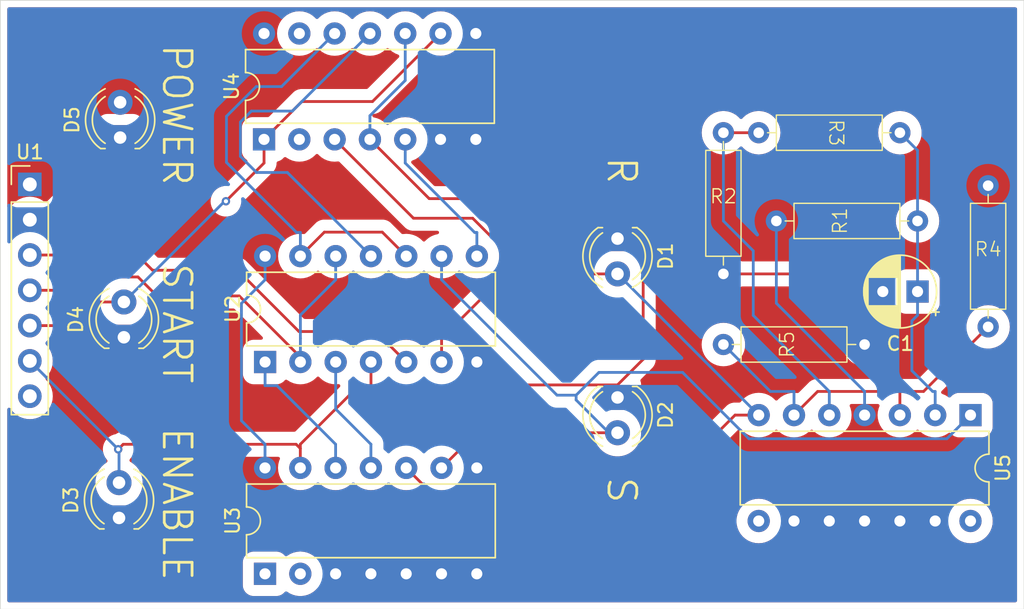
<source format=kicad_pcb>
(kicad_pcb (version 20240108) (generator "pcbnew") (generator_version "8.0")
  (layers (0 "F.Cu" signal) (31 "B.Cu" signal) (34 "B.Paste" user) (35 "F.Paste" user) (36 "B.SilkS" user "B.Silkscreen") (37 "F.SilkS" user "F.Silkscreen") (38 "B.Mask" user) (39 "F.Mask" user) (44 "Edge.Cuts" user))
  (net 0 "")
  (net 1 "Net-(U5-IN-_1)")
  (net 2 "Net-(U5-IN+_2)")
  (net 3 "Net-(U5-IN+_1)")
  (net 5 "Net-(U1-B_CLK)")
  (net 6 "Net-(U1-A_CLK)")
  (net 7 "Net-(U2-1Q)")
  (net 8 "Net-(U2-2Q)")
  (net 9 "Net-(U2-3A)")
  (net 10 "Net-(U2-1A)")
  (net 11 "Net-(U2-4Q)")
  (net 12 "Net-(U2-3Q)")
  (net 19 "Net-(D1-A)")
  (net 20 "Net-(D1-K)")
  (net 21 "Net-(D2-A)")
  (net 22 "Net-(D3-A)")
  (net 23 "Net-(D4-A)")
  (net 24 "Net-(D5-A)")
  (footprint "Package_DIP:DIP-14_W7.62mm" (layer "F.Cu") (at 143.505 113.02 90)
    (property "Reference" "U3" (at 3.81 -2.33 -90) (layer "F.SilkS"))
    (property "Value" "~")
    (fp_line (start 6.46 -1.33) (end 4.81 -1.33) (stroke (width 0.12)) (layer "F.SilkS"))
    (fp_line (start 2.81 -1.33) (end 1.16 -1.33) (stroke (width 0.12)) (layer "F.SilkS"))
    (fp_line (start 1.16 -1.33) (end 1.16 16.57) (stroke (width 0.12)) (layer "F.SilkS"))
    (fp_line (start 6.46 16.57) (end 6.46 -1.33) (stroke (width 0.12)) (layer "F.SilkS"))
    (fp_line (start 1.16 16.57) (end 6.46 16.57) (stroke (width 0.12)) (layer "F.SilkS"))
    (fp_arc (start 4.81 -1.33) (mid 3.81 -0.33) (end 2.81 -1.33) (stroke (width 0.12)) (layer "F.SilkS"))
    (pad "1" thru_hole rect (at 0 0 90) (size 1.6 1.6) (drill 0.8) (layers "*.Cu" "*.Mask"))
    (pad "2" thru_hole oval (at 0 2.54 90) (size 1.6 1.6) (drill 0.8) (layers "*.Cu" "*.Mask"))
    (pad "3" thru_hole oval (at 0 5.08 90) (size 1.6 1.6) (drill 0.8) (layers "*.Cu" "*.Mask") (net 20 "Net-(D1-K)"))
    (pad "4" thru_hole oval (at 0 7.62 90) (size 1.6 1.6) (drill 0.8) (layers "*.Cu" "*.Mask") (net 20 "Net-(D1-K)"))
    (pad "5" thru_hole oval (at 0 10.16 90) (size 1.6 1.6) (drill 0.8) (layers "*.Cu" "*.Mask") (net 20 "Net-(D1-K)"))
    (pad "6" thru_hole oval (at 0 12.7 90) (size 1.6 1.6) (drill 0.8) (layers "*.Cu" "*.Mask") (net 20 "Net-(D1-K)"))
    (pad "7" thru_hole oval (at 0 15.24 90) (size 1.6 1.6) (drill 0.8) (layers "*.Cu" "*.Mask") (net 20 "Net-(D1-K)"))
    (pad "8" thru_hole oval (at 7.62 15.24 90) (size 1.6 1.6) (drill 0.8) (layers "*.Cu" "*.Mask") (net 20 "Net-(D1-K)"))
    (pad "9" thru_hole oval (at 7.62 12.7 90) (size 1.6 1.6) (drill 0.8) (layers "*.Cu" "*.Mask") (net 21 "Net-(D2-A)"))
    (pad "10" thru_hole oval (at 7.62 10.16 90) (size 1.6 1.6) (drill 0.8) (layers "*.Cu" "*.Mask") (net 19 "Net-(D1-A)"))
    (pad "11" thru_hole oval (at 7.62 7.62 90) (size 1.6 1.6) (drill 0.8) (layers "*.Cu" "*.Mask") (net 7 "Net-(U2-1Q)"))
    (pad "12" thru_hole oval (at 7.62 5.08 90) (size 1.6 1.6) (drill 0.8) (layers "*.Cu" "*.Mask") (net 10 "Net-(U2-1A)"))
    (pad "13" thru_hole oval (at 7.62 2.54 90) (size 1.6 1.6) (drill 0.8) (layers "*.Cu" "*.Mask") (net 22 "Net-(D3-A)"))
    (pad "14" thru_hole oval (at 7.62 0 90) (size 1.6 1.6) (drill 0.8) (layers "*.Cu" "*.Mask") (net 24 "Net-(D5-A)"))
  )
  (footprint "custom_footprint_library:0.4_pitch_resistor" (layer "F.Cu") (at 184.11 81.28 -90)
    (property "Reference" "R3" (at 0 -0.5 -90) (layer "F.SilkS") (effects (font (thickness 0.1))))
    (property "Value" "R")
    (fp_line (start 0 4.445) (end 0 3.81) (stroke (width 0.1)) (layer "F.SilkS"))
    (fp_line (start 0 -3.81) (end 0 -4.445) (stroke (width 0.1)) (layer "F.SilkS"))
    (fp_rect (start -1.27 -3.81) (end 1.27 3.81) (stroke (width 0.1)) (fill none) (layer "F.SilkS"))
    (pad "1" thru_hole circle (at 0 -5.08 270) (size 1.524 1.524) (drill 0.762) (layers "*.Cu" "*.Mask") (net 1 "Net-(U5-IN-_1)"))
    (pad "2" thru_hole circle (at 0 5.08 270) (size 1.524 1.524) (drill 0.762) (layers "*.Cu" "*.Mask") (net 2 "Net-(U5-IN+_2)"))
  )
  (footprint "LED_THT:LED_D4.0mm" (layer "F.Cu") (at 133.35 96 90)
    (property "Reference" "D4" (at 1.27 -3.46 270) (layer "F.SilkS"))
    (property "Value" "LED")
    (fp_line (start -0.79 -1.399) (end -0.79 -1.08) (stroke (width 0.12)) (layer "F.SilkS"))
    (fp_line (start -0.79 1.08) (end -0.79 1.399) (stroke (width 0.12)) (layer "F.SilkS"))
    (fp_arc (start -0.79 -1.398749) (mid 1.453519 -2.483228) (end 3.513242 -1.080724) (stroke (width 0.12)) (layer "F.SilkS"))
    (fp_arc (start -0.41333 -1.08) (mid 1.269429 -2) (end 2.952713 -1.080961) (stroke (width 0.12)) (layer "F.SilkS"))
    (fp_arc (start 3.513242 1.080724) (mid 1.453519 2.483228) (end -0.79 1.398749) (stroke (width 0.12)) (layer "F.SilkS"))
    (fp_arc (start 2.952713 1.080961) (mid 1.269429 2) (end -0.41333 1.08) (stroke (width 0.12)) (layer "F.SilkS"))
    (pad "1" thru_hole rect (at 0 0 90) (size 1.8 1.8) (drill 0.9) (layers "*.Cu" "*.Mask") (net 20 "Net-(D1-K)"))
    (pad "2" thru_hole circle (at 2.54 0 90) (size 1.8 1.8) (drill 0.9) (layers "*.Cu" "*.Mask") (net 23 "Net-(D4-A)"))
  )
  (footprint "Package_DIP:DIP-14_W7.62mm" (layer "F.Cu") (at 194.27 101.6 -90)
    (property "Reference" "U5" (at 3.81 -2.33 90) (layer "F.SilkS"))
    (property "Value" "~")
    (fp_line (start 1.16 16.57) (end 6.46 16.57) (stroke (width 0.12)) (layer "F.SilkS"))
    (fp_line (start 6.46 16.57) (end 6.46 -1.33) (stroke (width 0.12)) (layer "F.SilkS"))
    (fp_line (start 1.16 -1.33) (end 1.16 16.57) (stroke (width 0.12)) (layer "F.SilkS"))
    (fp_line (start 2.81 -1.33) (end 1.16 -1.33) (stroke (width 0.12)) (layer "F.SilkS"))
    (fp_line (start 6.46 -1.33) (end 4.81 -1.33) (stroke (width 0.12)) (layer "F.SilkS"))
    (fp_arc (start 4.81 -1.33) (mid 3.81 -0.33) (end 2.81 -1.33) (stroke (width 0.12)) (layer "F.SilkS"))
    (pad "1" thru_hole rect (at 0 0 270) (size 1.6 1.6) (drill 0.8) (layers "*.Cu" "*.Mask") (net 21 "Net-(D2-A)"))
    (pad "2" thru_hole oval (at 0 2.54 270) (size 1.6 1.6) (drill 0.8) (layers "*.Cu" "*.Mask") (net 1 "Net-(U5-IN-_1)"))
    (pad "3" thru_hole oval (at 0 5.08 270) (size 1.6 1.6) (drill 0.8) (layers "*.Cu" "*.Mask") (net 3 "Net-(U5-IN+_1)"))
    (pad "4" thru_hole oval (at 0 7.62 270) (size 1.6 1.6) (drill 0.8) (layers "*.Cu" "*.Mask") (net 24 "Net-(D5-A)"))
    (pad "5" thru_hole oval (at 0 10.16 270) (size 1.6 1.6) (drill 0.8) (layers "*.Cu" "*.Mask") (net 2 "Net-(U5-IN+_2)"))
    (pad "6" thru_hole oval (at 0 12.7 270) (size 1.6 1.6) (drill 0.8) (layers "*.Cu" "*.Mask") (net 3 "Net-(U5-IN+_1)"))
    (pad "7" thru_hole oval (at 0 15.24 270) (size 1.6 1.6) (drill 0.8) (layers "*.Cu" "*.Mask") (net 19 "Net-(D1-A)"))
    (pad "8" thru_hole oval (at 7.62 15.24 270) (size 1.6 1.6) (drill 0.8) (layers "*.Cu" "*.Mask"))
    (pad "9" thru_hole oval (at 7.62 12.7 270) (size 1.6 1.6) (drill 0.8) (layers "*.Cu" "*.Mask") (net 20 "Net-(D1-K)"))
    (pad "10" thru_hole oval (at 7.62 10.16 270) (size 1.6 1.6) (drill 0.8) (layers "*.Cu" "*.Mask") (net 20 "Net-(D1-K)"))
    (pad "11" thru_hole oval (at 7.62 7.62 270) (size 1.6 1.6) (drill 0.8) (layers "*.Cu" "*.Mask") (net 20 "Net-(D1-K)"))
    (pad "12" thru_hole oval (at 7.62 5.08 270) (size 1.6 1.6) (drill 0.8) (layers "*.Cu" "*.Mask") (net 20 "Net-(D1-K)"))
    (pad "13" thru_hole oval (at 7.62 2.54 270) (size 1.6 1.6) (drill 0.8) (layers "*.Cu" "*.Mask") (net 20 "Net-(D1-K)"))
    (pad "14" thru_hole oval (at 7.62 0 270) (size 1.6 1.6) (drill 0.8) (layers "*.Cu" "*.Mask"))
  )
  (footprint "Connector_PinHeader_2.54mm:PinHeader_1x07_P2.54mm_Vertical" (layer "F.Cu") (at 126.58 85)
    (property "Reference" "U1" (at 0 -2.33 0) (layer "F.SilkS"))
    (property "Value" "~")
    (fp_line (start -1.33 -1.33) (end 0 -1.33) (stroke (width 0.12)) (layer "F.SilkS"))
    (fp_line (start -1.33 0) (end -1.33 -1.33) (stroke (width 0.12)) (layer "F.SilkS"))
    (fp_line (start -1.33 1.27) (end -1.33 16.57) (stroke (width 0.12)) (layer "F.SilkS"))
    (fp_line (start -1.33 1.27) (end 1.33 1.27) (stroke (width 0.12)) (layer "F.SilkS"))
    (fp_line (start -1.33 16.57) (end 1.33 16.57) (stroke (width 0.12)) (layer "F.SilkS"))
    (fp_line (start 1.33 1.27) (end 1.33 16.57) (stroke (width 0.12)) (layer "F.SilkS"))
    (pad "1" thru_hole rect (at 0 0) (size 1.7 1.7) (drill 1) (layers "*.Cu" "*.Mask") (net 24 "Net-(D5-A)"))
    (pad "2" thru_hole oval (at 0 2.54) (size 1.7 1.7) (drill 1) (layers "*.Cu" "*.Mask") (net 20 "Net-(D1-K)"))
    (pad "3" thru_hole oval (at 0 5.08) (size 1.7 1.7) (drill 1) (layers "*.Cu" "*.Mask") (net 6 "Net-(U1-A_CLK)"))
    (pad "4" thru_hole oval (at 0 7.62) (size 1.7 1.7) (drill 1) (layers "*.Cu" "*.Mask") (net 5 "Net-(U1-B_CLK)"))
    (pad "5" thru_hole oval (at 0 10.16) (size 1.7 1.7) (drill 1) (layers "*.Cu" "*.Mask") (net 23 "Net-(D4-A)"))
    (pad "6" thru_hole oval (at 0 12.7) (size 1.7 1.7) (drill 1) (layers "*.Cu" "*.Mask") (net 22 "Net-(D3-A)"))
    (pad "7" thru_hole oval (at 0 15.24) (size 1.7 1.7) (drill 1) (layers "*.Cu" "*.Mask"))
  )
  (footprint "Capacitor_THT:CP_Radial_D5.0mm_P2.50mm" (layer "F.Cu") (at 190.46 92.71 180)
    (property "Reference" "C1" (at 1.25 -3.75 180) (layer "F.SilkS"))
    (property "Value" "C")
    (fp_line (start 3.851 -0.284) (end 3.851 0.284) (stroke (width 0.12)) (layer "F.SilkS"))
    (fp_line (start 3.811 -0.518) (end 3.811 0.518) (stroke (width 0.12)) (layer "F.SilkS"))
    (fp_line (start 3.771 -0.677) (end 3.771 0.677) (stroke (width 0.12)) (layer "F.SilkS"))
    (fp_line (start 3.731 -0.805) (end 3.731 0.805) (stroke (width 0.12)) (layer "F.SilkS"))
    (fp_line (start 3.691 -0.915) (end 3.691 0.915) (stroke (width 0.12)) (layer "F.SilkS"))
    (fp_line (start 3.651 -1.011) (end 3.651 1.011) (stroke (width 0.12)) (layer "F.SilkS"))
    (fp_line (start 3.611 -1.098) (end 3.611 1.098) (stroke (width 0.12)) (layer "F.SilkS"))
    (fp_line (start 3.571 -1.178) (end 3.571 1.178) (stroke (width 0.12)) (layer "F.SilkS"))
    (fp_line (start 3.531 1.04) (end 3.531 1.251) (stroke (width 0.12)) (layer "F.SilkS"))
    (fp_line (start 3.531 -1.251) (end 3.531 -1.04) (stroke (width 0.12)) (layer "F.SilkS"))
    (fp_line (start 3.491 1.04) (end 3.491 1.319) (stroke (width 0.12)) (layer "F.SilkS"))
    (fp_line (start 3.491 -1.319) (end 3.491 -1.04) (stroke (width 0.12)) (layer "F.SilkS"))
    (fp_line (start 3.451 1.04) (end 3.451 1.383) (stroke (width 0.12)) (layer "F.SilkS"))
    (fp_line (start 3.451 -1.383) (end 3.451 -1.04) (stroke (width 0.12)) (layer "F.SilkS"))
    (fp_line (start 3.411 1.04) (end 3.411 1.443) (stroke (width 0.12)) (layer "F.SilkS"))
    (fp_line (start 3.411 -1.443) (end 3.411 -1.04) (stroke (width 0.12)) (layer "F.SilkS"))
    (fp_line (start 3.371 1.04) (end 3.371 1.5) (stroke (width 0.12)) (layer "F.SilkS"))
    (fp_line (start 3.371 -1.5) (end 3.371 -1.04) (stroke (width 0.12)) (layer "F.SilkS"))
    (fp_line (start 3.331 1.04) (end 3.331 1.554) (stroke (width 0.12)) (layer "F.SilkS"))
    (fp_line (start 3.331 -1.554) (end 3.331 -1.04) (stroke (width 0.12)) (layer "F.SilkS"))
    (fp_line (start 3.291 1.04) (end 3.291 1.605) (stroke (width 0.12)) (layer "F.SilkS"))
    (fp_line (start 3.291 -1.605) (end 3.291 -1.04) (stroke (width 0.12)) (layer "F.SilkS"))
    (fp_line (start 3.251 1.04) (end 3.251 1.653) (stroke (width 0.12)) (layer "F.SilkS"))
    (fp_line (start 3.251 -1.653) (end 3.251 -1.04) (stroke (width 0.12)) (layer "F.SilkS"))
    (fp_line (start 3.211 1.04) (end 3.211 1.699) (stroke (width 0.12)) (layer "F.SilkS"))
    (fp_line (start 3.211 -1.699) (end 3.211 -1.04) (stroke (width 0.12)) (layer "F.SilkS"))
    (fp_line (start 3.171 1.04) (end 3.171 1.743) (stroke (width 0.12)) (layer "F.SilkS"))
    (fp_line (start 3.171 -1.743) (end 3.171 -1.04) (stroke (width 0.12)) (layer "F.SilkS"))
    (fp_line (start 3.131 1.04) (end 3.131 1.785) (stroke (width 0.12)) (layer "F.SilkS"))
    (fp_line (start 3.131 -1.785) (end 3.131 -1.04) (stroke (width 0.12)) (layer "F.SilkS"))
    (fp_line (start 3.091 1.04) (end 3.091 1.826) (stroke (width 0.12)) (layer "F.SilkS"))
    (fp_line (start 3.091 -1.826) (end 3.091 -1.04) (stroke (width 0.12)) (layer "F.SilkS"))
    (fp_line (start 3.051 1.04) (end 3.051 1.864) (stroke (width 0.12)) (layer "F.SilkS"))
    (fp_line (start 3.051 -1.864) (end 3.051 -1.04) (stroke (width 0.12)) (layer "F.SilkS"))
    (fp_line (start 3.011 1.04) (end 3.011 1.901) (stroke (width 0.12)) (layer "F.SilkS"))
    (fp_line (start 3.011 -1.901) (end 3.011 -1.04) (stroke (width 0.12)) (layer "F.SilkS"))
    (fp_line (start 2.971 1.04) (end 2.971 1.937) (stroke (width 0.12)) (layer "F.SilkS"))
    (fp_line (start 2.971 -1.937) (end 2.971 -1.04) (stroke (width 0.12)) (layer "F.SilkS"))
    (fp_line (start 2.931 1.04) (end 2.931 1.971) (stroke (width 0.12)) (layer "F.SilkS"))
    (fp_line (start 2.931 -1.971) (end 2.931 -1.04) (stroke (width 0.12)) (layer "F.SilkS"))
    (fp_line (start 2.891 1.04) (end 2.891 2.004) (stroke (width 0.12)) (layer "F.SilkS"))
    (fp_line (start 2.891 -2.004) (end 2.891 -1.04) (stroke (width 0.12)) (layer "F.SilkS"))
    (fp_line (start 2.851 1.04) (end 2.851 2.035) (stroke (width 0.12)) (layer "F.SilkS"))
    (fp_line (start 2.851 -2.035) (end 2.851 -1.04) (stroke (width 0.12)) (layer "F.SilkS"))
    (fp_line (start 2.811 1.04) (end 2.811 2.065) (stroke (width 0.12)) (layer "F.SilkS"))
    (fp_line (start 2.811 -2.065) (end 2.811 -1.04) (stroke (width 0.12)) (layer "F.SilkS"))
    (fp_line (start 2.771 1.04) (end 2.771 2.095) (stroke (width 0.12)) (layer "F.SilkS"))
    (fp_line (start 2.771 -2.095) (end 2.771 -1.04) (stroke (width 0.12)) (layer "F.SilkS"))
    (fp_line (start 2.731 1.04) (end 2.731 2.122) (stroke (width 0.12)) (layer "F.SilkS"))
    (fp_line (start 2.731 -2.122) (end 2.731 -1.04) (stroke (width 0.12)) (layer "F.SilkS"))
    (fp_line (start 2.691 1.04) (end 2.691 2.149) (stroke (width 0.12)) (layer "F.SilkS"))
    (fp_line (start 2.691 -2.149) (end 2.691 -1.04) (stroke (width 0.12)) (layer "F.SilkS"))
    (fp_line (start 2.651 1.04) (end 2.651 2.175) (stroke (width 0.12)) (layer "F.SilkS"))
    (fp_line (start 2.651 -2.175) (end 2.651 -1.04) (stroke (width 0.12)) (layer "F.SilkS"))
    (fp_line (start 2.611 1.04) (end 2.611 2.2) (stroke (width 0.12)) (layer "F.SilkS"))
    (fp_line (start 2.611 -2.2) (end 2.611 -1.04) (stroke (width 0.12)) (layer "F.SilkS"))
    (fp_line (start 2.571 1.04) (end 2.571 2.224) (stroke (width 0.12)) (layer "F.SilkS"))
    (fp_line (start 2.571 -2.224) (end 2.571 -1.04) (stroke (width 0.12)) (layer "F.SilkS"))
    (fp_line (start 2.531 1.04) (end 2.531 2.247) (stroke (width 0.12)) (layer "F.SilkS"))
    (fp_line (start 2.531 -2.247) (end 2.531 -1.04) (stroke (width 0.12)) (layer "F.SilkS"))
    (fp_line (start 2.491 1.04) (end 2.491 2.268) (stroke (width 0.12)) (layer "F.SilkS"))
    (fp_line (start 2.491 -2.268) (end 2.491 -1.04) (stroke (width 0.12)) (layer "F.SilkS"))
    (fp_line (start 2.451 1.04) (end 2.451 2.29) (stroke (width 0.12)) (layer "F.SilkS"))
    (fp_line (start 2.451 -2.29) (end 2.451 -1.04) (stroke (width 0.12)) (layer "F.SilkS"))
    (fp_line (start 2.411 1.04) (end 2.411 2.31) (stroke (width 0.12)) (layer "F.SilkS"))
    (fp_line (start 2.411 -2.31) (end 2.411 -1.04) (stroke (width 0.12)) (layer "F.SilkS"))
    (fp_line (start 2.371 1.04) (end 2.371 2.329) (stroke (width 0.12)) (layer "F.SilkS"))
    (fp_line (start 2.371 -2.329) (end 2.371 -1.04) (stroke (width 0.12)) (layer "F.SilkS"))
    (fp_line (start 2.331 1.04) (end 2.331 2.348) (stroke (width 0.12)) (layer "F.SilkS"))
    (fp_line (start 2.331 -2.348) (end 2.331 -1.04) (stroke (width 0.12)) (layer "F.SilkS"))
    (fp_line (start 2.291 1.04) (end 2.291 2.365) (stroke (width 0.12)) (layer "F.SilkS"))
    (fp_line (start 2.291 -2.365) (end 2.291 -1.04) (stroke (width 0.12)) (layer "F.SilkS"))
    (fp_line (start 2.251 1.04) (end 2.251 2.382) (stroke (width 0.12)) (layer "F.SilkS"))
    (fp_line (start 2.251 -2.382) (end 2.251 -1.04) (stroke (width 0.12)) (layer "F.SilkS"))
    (fp_line (start 2.211 1.04) (end 2.211 2.398) (stroke (width 0.12)) (layer "F.SilkS"))
    (fp_line (start 2.211 -2.398) (end 2.211 -1.04) (stroke (width 0.12)) (layer "F.SilkS"))
    (fp_line (start 2.171 1.04) (end 2.171 2.414) (stroke (width 0.12)) (layer "F.SilkS"))
    (fp_line (start 2.171 -2.414) (end 2.171 -1.04) (stroke (width 0.12)) (layer "F.SilkS"))
    (fp_line (start 2.131 1.04) (end 2.131 2.428) (stroke (width 0.12)) (layer "F.SilkS"))
    (fp_line (start 2.131 -2.428) (end 2.131 -1.04) (stroke (width 0.12)) (layer "F.SilkS"))
    (fp_line (start 2.091 1.04) (end 2.091 2.442) (stroke (width 0.12)) (layer "F.SilkS"))
    (fp_line (start 2.091 -2.442) (end 2.091 -1.04) (stroke (width 0.12)) (layer "F.SilkS"))
    (fp_line (start 2.051 1.04) (end 2.051 2.455) (stroke (width 0.12)) (layer "F.SilkS"))
    (fp_line (start 2.051 -2.455) (end 2.051 -1.04) (stroke (width 0.12)) (layer "F.SilkS"))
    (fp_line (start 2.011 1.04) (end 2.011 2.468) (stroke (width 0.12)) (layer "F.SilkS"))
    (fp_line (start 2.011 -2.468) (end 2.011 -1.04) (stroke (width 0.12)) (layer "F.SilkS"))
    (fp_line (start 1.971 1.04) (end 1.971 2.48) (stroke (width 0.12)) (layer "F.SilkS"))
    (fp_line (start 1.971 -2.48) (end 1.971 -1.04) (stroke (width 0.12)) (layer "F.SilkS"))
    (fp_line (start 1.93 1.04) (end 1.93 2.491) (stroke (width 0.12)) (layer "F.SilkS"))
    (fp_line (start 1.93 -2.491) (end 1.93 -1.04) (stroke (width 0.12)) (layer "F.SilkS"))
    (fp_line (start 1.89 1.04) (end 1.89 2.501) (stroke (width 0.12)) (layer "F.SilkS"))
    (fp_line (start 1.89 -2.501) (end 1.89 -1.04) (stroke (width 0.12)) (layer "F.SilkS"))
    (fp_line (start 1.85 1.04) (end 1.85 2.511) (stroke (width 0.12)) (layer "F.SilkS"))
    (fp_line (start 1.85 -2.511) (end 1.85 -1.04) (stroke (width 0.12)) (layer "F.SilkS"))
    (fp_line (start 1.81 1.04) (end 1.81 2.52) (stroke (width 0.12)) (layer "F.SilkS"))
    (fp_line (start 1.81 -2.52) (end 1.81 -1.04) (stroke (width 0.12)) (layer "F.SilkS"))
    (fp_line (start 1.77 1.04) (end 1.77 2.528) (stroke (width 0.12)) (layer "F.SilkS"))
    (fp_line (start 1.77 -2.528) (end 1.77 -1.04) (stroke (width 0.12)) (layer "F.SilkS"))
    (fp_line (start 1.73 1.04) (end 1.73 2.536) (stroke (width 0.12)) (layer "F.SilkS"))
    (fp_line (start 1.73 -2.536) (end 1.73 -1.04) (stroke (width 0.12)) (layer "F.SilkS"))
    (fp_line (start 1.69 1.04) (end 1.69 2.543) (stroke (width 0.12)) (layer "F.SilkS"))
    (fp_line (start 1.69 -2.543) (end 1.69 -1.04) (stroke (width 0.12)) (layer "F.SilkS"))
    (fp_line (start 1.65 1.04) (end 1.65 2.55) (stroke (width 0.12)) (layer "F.SilkS"))
    (fp_line (start 1.65 -2.55) (end 1.65 -1.04) (stroke (width 0.12)) (layer "F.SilkS"))
    (fp_line (start 1.61 1.04) (end 1.61 2.556) (stroke (width 0.12)) (layer "F.SilkS"))
    (fp_line (start 1.61 -2.556) (end 1.61 -1.04) (stroke (width 0.12)) (layer "F.SilkS"))
    (fp_line (start 1.57 1.04) (end 1.57 2.561) (stroke (width 0.12)) (layer "F.SilkS"))
    (fp_line (start 1.57 -2.561) (end 1.57 -1.04) (stroke (width 0.12)) (layer "F.SilkS"))
    (fp_line (start 1.53 1.04) (end 1.53 2.565) (stroke (width 0.12)) (layer "F.SilkS"))
    (fp_line (start 1.53 -2.565) (end 1.53 -1.04) (stroke (width 0.12)) (layer "F.SilkS"))
    (fp_line (start 1.49 1.04) (end 1.49 2.569) (stroke (width 0.12)) (layer "F.SilkS"))
    (fp_line (start 1.49 -2.569) (end 1.49 -1.04) (stroke (width 0.12)) (layer "F.SilkS"))
    (fp_line (start 1.45 -2.573) (end 1.45 2.573) (stroke (width 0.12)) (layer "F.SilkS"))
    (fp_line (start 1.41 -2.576) (end 1.41 2.576) (stroke (width 0.12)) (layer "F.SilkS"))
    (fp_line (start 1.37 -2.578) (end 1.37 2.578) (stroke (width 0.12)) (layer "F.SilkS"))
    (fp_line (start 1.33 -2.579) (end 1.33 2.579) (stroke (width 0.12)) (layer "F.SilkS"))
    (fp_line (start 1.29 -2.58) (end 1.29 2.58) (stroke (width 0.12)) (layer "F.SilkS"))
    (fp_line (start 1.25 -2.58) (end 1.25 2.58) (stroke (width 0.12)) (layer "F.SilkS"))
    (fp_line (start -1.304775 -1.725) (end -1.304775 -1.225) (stroke (width 0.12)) (layer "F.SilkS"))
    (fp_line (start -1.554775 -1.475) (end -1.054775 -1.475) (stroke (width 0.12)) (layer "F.SilkS"))
    (fp_circle (center 1.25 0) (end 3.87 0) (stroke (width 0.12)) (fill none) (layer "F.SilkS"))
    (pad "1" thru_hole rect (at 0 0 180) (size 1.6 1.6) (drill 0.8) (layers "*.Cu" "*.Mask") (net 1 "Net-(U5-IN-_1)"))
    (pad "2" thru_hole circle (at 2.5 0 180) (size 1.6 1.6) (drill 0.8) (layers "*.Cu" "*.Mask") (net 20 "Net-(D1-K)"))
  )
  (footprint "custom_footprint_library:0.4_pitch_resistor" (layer "F.Cu") (at 195.54 90.17)
    (property "Reference" "R4" (at 0 -0.5 0) (layer "F.SilkS") (effects (font (thickness 0.1))))
    (property "Value" "R")
    (fp_line (start 0 -3.81) (end 0 -4.445) (stroke (width 0.1)) (layer "F.SilkS"))
    (fp_line (start 0 4.445) (end 0 3.81) (stroke (width 0.1)) (layer "F.SilkS"))
    (fp_rect (start -1.27 -3.81) (end 1.27 3.81) (stroke (width 0.1)) (fill none) (layer "F.SilkS"))
    (pad "1" thru_hole circle (at 0 -5.08) (size 1.524 1.524) (drill 0.762) (layers "*.Cu" "*.Mask") (net 24 "Net-(D5-A)"))
    (pad "2" thru_hole circle (at 0 5.08) (size 1.524 1.524) (drill 0.762) (layers "*.Cu" "*.Mask") (net 3 "Net-(U5-IN+_1)"))
  )
  (footprint "Package_DIP:DIP-14_W7.62mm" (layer "F.Cu") (at 143.51 97.78 90)
    (property "Reference" "U2" (at 3.81 -2.33 -90) (layer "F.SilkS"))
    (property "Value" "~")
    (fp_line (start 6.46 -1.33) (end 4.81 -1.33) (stroke (width 0.12)) (layer "F.SilkS"))
    (fp_line (start 2.81 -1.33) (end 1.16 -1.33) (stroke (width 0.12)) (layer "F.SilkS"))
    (fp_line (start 1.16 -1.33) (end 1.16 16.57) (stroke (width 0.12)) (layer "F.SilkS"))
    (fp_line (start 6.46 16.57) (end 6.46 -1.33) (stroke (width 0.12)) (layer "F.SilkS"))
    (fp_line (start 1.16 16.57) (end 6.46 16.57) (stroke (width 0.12)) (layer "F.SilkS"))
    (fp_arc (start 4.81 -1.33) (mid 3.81 -0.33) (end 2.81 -1.33) (stroke (width 0.12)) (layer "F.SilkS"))
    (pad "1" thru_hole rect (at 0 0 90) (size 1.6 1.6) (drill 0.8) (layers "*.Cu" "*.Mask") (net 10 "Net-(U2-1A)"))
    (pad "2" thru_hole oval (at 0 2.54 90) (size 1.6 1.6) (drill 0.8) (layers "*.Cu" "*.Mask") (net 5 "Net-(U1-B_CLK)"))
    (pad "3" thru_hole oval (at 0 5.08 90) (size 1.6 1.6) (drill 0.8) (layers "*.Cu" "*.Mask") (net 7 "Net-(U2-1Q)"))
    (pad "4" thru_hole oval (at 0 7.62 90) (size 1.6 1.6) (drill 0.8) (layers "*.Cu" "*.Mask") (net 22 "Net-(D3-A)"))
    (pad "5" thru_hole oval (at 0 10.16 90) (size 1.6 1.6) (drill 0.8) (layers "*.Cu" "*.Mask") (net 6 "Net-(U1-A_CLK)"))
    (pad "6" thru_hole oval (at 0 12.7 90) (size 1.6 1.6) (drill 0.8) (layers "*.Cu" "*.Mask") (net 8 "Net-(U2-2Q)"))
    (pad "7" thru_hole oval (at 0 15.24 90) (size 1.6 1.6) (drill 0.8) (layers "*.Cu" "*.Mask") (net 20 "Net-(D1-K)"))
    (pad "8" thru_hole oval (at 7.62 15.24 90) (size 1.6 1.6) (drill 0.8) (layers "*.Cu" "*.Mask") (net 11 "Net-(U2-4Q)"))
    (pad "9" thru_hole oval (at 7.62 12.7 90) (size 1.6 1.6) (drill 0.8) (layers "*.Cu" "*.Mask") (net 21 "Net-(D2-A)"))
    (pad "10" thru_hole oval (at 7.62 10.16 90) (size 1.6 1.6) (drill 0.8) (layers "*.Cu" "*.Mask") (net 9 "Net-(U2-3A)"))
    (pad "11" thru_hole oval (at 7.62 7.62 90) (size 1.6 1.6) (drill 0.8) (layers "*.Cu" "*.Mask") (net 12 "Net-(U2-3Q)"))
    (pad "12" thru_hole oval (at 7.62 5.08 90) (size 1.6 1.6) (drill 0.8) (layers "*.Cu" "*.Mask") (net 5 "Net-(U1-B_CLK)"))
    (pad "13" thru_hole oval (at 7.62 2.54 90) (size 1.6 1.6) (drill 0.8) (layers "*.Cu" "*.Mask") (net 9 "Net-(U2-3A)"))
    (pad "14" thru_hole oval (at 7.62 0 90) (size 1.6 1.6) (drill 0.8) (layers "*.Cu" "*.Mask") (net 24 "Net-(D5-A)"))
  )
  (footprint "LED_THT:LED_D4.0mm" (layer "F.Cu") (at 133.08 81.63 90)
    (property "Reference" "D5" (at 1.27 -3.46 -90) (layer "F.SilkS"))
    (property "Value" "LED")
    (fp_line (start -0.79 -1.399) (end -0.79 -1.08) (stroke (width 0.12)) (layer "F.SilkS"))
    (fp_line (start -0.79 1.08) (end -0.79 1.399) (stroke (width 0.12)) (layer "F.SilkS"))
    (fp_arc (start -0.79 -1.398749) (mid 1.453519 -2.483228) (end 3.513242 -1.080724) (stroke (width 0.12)) (layer "F.SilkS"))
    (fp_arc (start -0.41333 -1.08) (mid 1.269429 -2) (end 2.952713 -1.080961) (stroke (width 0.12)) (layer "F.SilkS"))
    (fp_arc (start 3.513242 1.080724) (mid 1.453519 2.483228) (end -0.79 1.398749) (stroke (width 0.12)) (layer "F.SilkS"))
    (fp_arc (start 2.952713 1.080961) (mid 1.269429 2) (end -0.41333 1.08) (stroke (width 0.12)) (layer "F.SilkS"))
    (pad "1" thru_hole rect (at 0 0 90) (size 1.8 1.8) (drill 0.9) (layers "*.Cu" "*.Mask") (net 20 "Net-(D1-K)"))
    (pad "2" thru_hole circle (at 2.54 0 90) (size 1.8 1.8) (drill 0.9) (layers "*.Cu" "*.Mask") (net 24 "Net-(D5-A)"))
  )
  (footprint "custom_footprint_library:0.4_pitch_resistor" (layer "F.Cu") (at 176.49 86.36)
    (property "Reference" "R2" (at 0 -0.5 0) (layer "F.SilkS") (effects (font (thickness 0.1))))
    (property "Value" "R")
    (fp_line (start 0 -3.81) (end 0 -4.445) (stroke (width 0.1)) (layer "F.SilkS"))
    (fp_line (start 0 4.445) (end 0 3.81) (stroke (width 0.1)) (layer "F.SilkS"))
    (fp_rect (start -1.27 -3.81) (end 1.27 3.81) (stroke (width 0.1)) (fill none) (layer "F.SilkS"))
    (pad "1" thru_hole circle (at 0 -5.08) (size 1.524 1.524) (drill 0.762) (layers "*.Cu" "*.Mask") (net 2 "Net-(U5-IN+_2)"))
    (pad "2" thru_hole circle (at 0 5.08) (size 1.524 1.524) (drill 0.762) (layers "*.Cu" "*.Mask") (net 20 "Net-(D1-K)"))
  )
  (footprint "LED_THT:LED_D4.0mm" (layer "F.Cu") (at 133 109 90)
    (property "Reference" "D3" (at 1.27 -3.46 270) (layer "F.SilkS"))
    (property "Value" "LED")
    (fp_line (start -0.79 -1.399) (end -0.79 -1.08) (stroke (width 0.12)) (layer "F.SilkS"))
    (fp_line (start -0.79 1.08) (end -0.79 1.399) (stroke (width 0.12)) (layer "F.SilkS"))
    (fp_arc (start -0.79 -1.398749) (mid 1.453519 -2.483228) (end 3.513242 -1.080724) (stroke (width 0.12)) (layer "F.SilkS"))
    (fp_arc (start -0.41333 -1.08) (mid 1.269429 -2) (end 2.952713 -1.080961) (stroke (width 0.12)) (layer "F.SilkS"))
    (fp_arc (start 3.513242 1.080724) (mid 1.453519 2.483228) (end -0.79 1.398749) (stroke (width 0.12)) (layer "F.SilkS"))
    (fp_arc (start 2.952713 1.080961) (mid 1.269429 2) (end -0.41333 1.08) (stroke (width 0.12)) (layer "F.SilkS"))
    (pad "1" thru_hole rect (at 0 0 90) (size 1.8 1.8) (drill 0.9) (layers "*.Cu" "*.Mask") (net 20 "Net-(D1-K)"))
    (pad "2" thru_hole circle (at 2.54 0 90) (size 1.8 1.8) (drill 0.9) (layers "*.Cu" "*.Mask") (net 22 "Net-(D3-A)"))
  )
  (footprint "custom_footprint_library:0.4_pitch_resistor" (layer "F.Cu") (at 181.57 96.52 90)
    (property "Reference" "R5" (at 0 -0.5 90) (layer "F.SilkS") (effects (font (thickness 0.1))))
    (property "Value" "R")
    (fp_line (start 0 -3.81) (end 0 -4.445) (stroke (width 0.1)) (layer "F.SilkS"))
    (fp_line (start 0 4.445) (end 0 3.81) (stroke (width 0.1)) (layer "F.SilkS"))
    (fp_rect (start -1.27 -3.81) (end 1.27 3.81) (stroke (width 0.1)) (fill none) (layer "F.SilkS"))
    (pad "1" thru_hole circle (at 0 -5.08 90) (size 1.524 1.524) (drill 0.762) (layers "*.Cu" "*.Mask") (net 3 "Net-(U5-IN+_1)"))
    (pad "2" thru_hole circle (at 0 5.08 90) (size 1.524 1.524) (drill 0.762) (layers "*.Cu" "*.Mask") (net 20 "Net-(D1-K)"))
  )
  (footprint "LED_THT:LED_D4.0mm" (layer "F.Cu") (at 168.87 88.9 -90)
    (property "Reference" "D1" (at 1.27 -3.46 90) (layer "F.SilkS"))
    (property "Value" "LED")
    (fp_line (start -0.79 1.08) (end -0.79 1.399) (stroke (width 0.12)) (layer "F.SilkS"))
    (fp_line (start -0.79 -1.399) (end -0.79 -1.08) (stroke (width 0.12)) (layer "F.SilkS"))
    (fp_arc (start 2.952713 1.080961) (mid 1.269429 2) (end -0.41333 1.08) (stroke (width 0.12)) (layer "F.SilkS"))
    (fp_arc (start 3.513242 1.080724) (mid 1.453519 2.483228) (end -0.79 1.398749) (stroke (width 0.12)) (layer "F.SilkS"))
    (fp_arc (start -0.41333 -1.08) (mid 1.269429 -2) (end 2.952713 -1.080961) (stroke (width 0.12)) (layer "F.SilkS"))
    (fp_arc (start -0.79 -1.398749) (mid 1.453519 -2.483228) (end 3.513242 -1.080724) (stroke (width 0.12)) (layer "F.SilkS"))
    (pad "1" thru_hole rect (at 0 0 270) (size 1.8 1.8) (drill 0.9) (layers "*.Cu" "*.Mask") (net 20 "Net-(D1-K)"))
    (pad "2" thru_hole circle (at 2.54 0 270) (size 1.8 1.8) (drill 0.9) (layers "*.Cu" "*.Mask") (net 19 "Net-(D1-A)"))
  )
  (footprint "custom_footprint_library:0.4_pitch_resistor" (layer "F.Cu") (at 185.38 87.63 90)
    (property "Reference" "R1" (at 0 -0.5 90) (layer "F.SilkS") (effects (font (thickness 0.1))))
    (property "Value" "R")
    (fp_line (start 0 -3.81) (end 0 -4.445) (stroke (width 0.1)) (layer "F.SilkS"))
    (fp_line (start 0 4.445) (end 0 3.81) (stroke (width 0.1)) (layer "F.SilkS"))
    (fp_rect (start -1.27 -3.81) (end 1.27 3.81) (stroke (width 0.1)) (fill none) (layer "F.SilkS"))
    (pad "1" thru_hole circle (at 0 -5.08 90) (size 1.524 1.524) (drill 0.762) (layers "*.Cu" "*.Mask") (net 24 "Net-(D5-A)"))
    (pad "2" thru_hole circle (at 0 5.08 90) (size 1.524 1.524) (drill 0.762) (layers "*.Cu" "*.Mask") (net 1 "Net-(U5-IN-_1)"))
  )
  (footprint "LED_THT:LED_D4.0mm" (layer "F.Cu") (at 168.87 100.33 -90)
    (property "Reference" "D2" (at 1.27 -3.46 90) (layer "F.SilkS"))
    (property "Value" "LED")
    (fp_line (start -0.79 1.08) (end -0.79 1.399) (stroke (width 0.12)) (layer "F.SilkS"))
    (fp_line (start -0.79 -1.399) (end -0.79 -1.08) (stroke (width 0.12)) (layer "F.SilkS"))
    (fp_arc (start 2.952713 1.080961) (mid 1.269429 2) (end -0.41333 1.08) (stroke (width 0.12)) (layer "F.SilkS"))
    (fp_arc (start 3.513242 1.080724) (mid 1.453519 2.483228) (end -0.79 1.398749) (stroke (width 0.12)) (layer "F.SilkS"))
    (fp_arc (start -0.41333 -1.08) (mid 1.269429 -2) (end 2.952713 -1.080961) (stroke (width 0.12)) (layer "F.SilkS"))
    (fp_arc (start -0.79 -1.398749) (mid 1.453519 -2.483228) (end 3.513242 -1.080724) (stroke (width 0.12)) (layer "F.SilkS"))
    (pad "1" thru_hole rect (at 0 0 270) (size 1.8 1.8) (drill 0.9) (layers "*.Cu" "*.Mask") (net 20 "Net-(D1-K)"))
    (pad "2" thru_hole circle (at 2.54 0 270) (size 1.8 1.8) (drill 0.9) (layers "*.Cu" "*.Mask") (net 21 "Net-(D2-A)"))
  )
  (footprint "Package_DIP:DIP-14_W7.62mm" (layer "F.Cu") (at 143.435 81.76 90)
    (property "Reference" "U4" (at 3.81 -2.33 -90) (layer "F.SilkS"))
    (property "Value" "~")
    (fp_line (start 6.46 -1.33) (end 4.81 -1.33) (stroke (width 0.12)) (layer "F.SilkS"))
    (fp_line (start 2.81 -1.33) (end 1.16 -1.33) (stroke (width 0.12)) (layer "F.SilkS"))
    (fp_line (start 1.16 -1.33) (end 1.16 16.57) (stroke (width 0.12)) (layer "F.SilkS"))
    (fp_line (start 6.46 16.57) (end 6.46 -1.33) (stroke (width 0.12)) (layer "F.SilkS"))
    (fp_line (start 1.16 16.57) (end 6.46 16.57) (stroke (width 0.12)) (layer "F.SilkS"))
    (fp_arc (start 4.81 -1.33) (mid 3.81 -0.33) (end 2.81 -1.33) (stroke (width 0.12)) (layer "F.SilkS"))
    (pad "1" thru_hole rect (at 0 0 90) (size 1.6 1.6) (drill 0.8) (layers "*.Cu" "*.Mask") (net 23 "Net-(D4-A)"))
    (pad "2" thru_hole oval (at 0 2.54 90) (size 1.6 1.6) (drill 0.8) (layers "*.Cu" "*.Mask"))
    (pad "3" thru_hole oval (at 0 5.08 90) (size 1.6 1.6) (drill 0.8) (layers "*.Cu" "*.Mask") (net 8 "Net-(U2-2Q)"))
    (pad "4" thru_hole oval (at 0 7.62 90) (size 1.6 1.6) (drill 0.8) (layers "*.Cu" "*.Mask") (net 19 "Net-(D1-A)"))
    (pad "5" thru_hole oval (at 0 10.16 90) (size 1.6 1.6) (drill 0.8) (layers "*.Cu" "*.Mask") (net 11 "Net-(U2-4Q)"))
    (pad "6" thru_hole oval (at 0 12.7 90) (size 1.6 1.6) (drill 0.8) (layers "*.Cu" "*.Mask") (net 20 "Net-(D1-K)"))
    (pad "7" thru_hole oval (at 0 15.24 90) (size 1.6 1.6) (drill 0.8) (layers "*.Cu" "*.Mask") (net 20 "Net-(D1-K)"))
    (pad "8" thru_hole oval (at 7.62 15.24 90) (size 1.6 1.6) (drill 0.8) (layers "*.Cu" "*.Mask") (net 20 "Net-(D1-K)"))
    (pad "9" thru_hole oval (at 7.62 12.7 90) (size 1.6 1.6) (drill 0.8) (layers "*.Cu" "*.Mask") (net 23 "Net-(D4-A)"))
    (pad "10" thru_hole oval (at 7.62 10.16 90) (size 1.6 1.6) (drill 0.8) (layers "*.Cu" "*.Mask") (net 19 "Net-(D1-A)"))
    (pad "11" thru_hole oval (at 7.62 7.62 90) (size 1.6 1.6) (drill 0.8) (layers "*.Cu" "*.Mask") (net 12 "Net-(U2-3Q)"))
    (pad "12" thru_hole oval (at 7.62 5.08 90) (size 1.6 1.6) (drill 0.8) (layers "*.Cu" "*.Mask") (net 9 "Net-(U2-3A)"))
    (pad "13" thru_hole oval (at 7.62 2.54 90) (size 1.6 1.6) (drill 0.8) (layers "*.Cu" "*.Mask"))
    (pad "14" thru_hole oval (at 7.62 0 90) (size 1.6 1.6) (drill 0.8) (layers "*.Cu" "*.Mask") (net 24 "Net-(D5-A)"))
  )
  (gr_rect (start 124.46 71.755) (end 198.12 115.57) (stroke (width 0.05)) (fill none) (layer "Edge.Cuts"))
  (gr_text "ENABLE" (at 136 108 270) (layer "F.SilkS") (effects (font (size 2 2) (thickness 0.2)) (justify bottom)))
  (gr_text "R" (at 168 84 270) (layer "F.SilkS") (effects (font (size 2 2) (thickness 0.2)) (justify bottom)))
  (gr_text "START" (at 136 95 270) (layer "F.SilkS") (effects (font (size 2 2) (thickness 0.2)) (justify bottom)))
  (gr_text "S" (at 168 107 270) (layer "F.SilkS") (effects (font (size 2 2) (thickness 0.2)) (justify bottom)))
  (gr_text "POWER" (at 136 80 -90) (layer "F.SilkS") (effects (font (size 2 2) (thickness 0.2)) (justify bottom)))
  (segment (start 190.46 94.4117) (end 190.0505 94.8212) (width 0.2) (layer "B.Cu") (net 1))
  (segment (start 190.46 92.71) (end 190.46 94.4117) (width 0.2) (layer "B.Cu") (net 1))
  (segment (start 190.0505 98.4003) (end 191.5485 99.8983) (width 0.2) (layer "B.Cu") (net 1))
  (segment (start 190.46 87.63) (end 190.46 92.71) (width 0.2) (layer "B.Cu") (net 1))
  (segment (start 190.46 82.55) (end 190.46 87.63) (width 0.2) (layer "B.Cu") (net 1))
  (segment (start 190.0505 94.8212) (end 190.0505 98.4003) (width 0.2) (layer "B.Cu") (net 1))
  (segment (start 189.19 81.28) (end 190.46 82.55) (width 0.2) (layer "B.Cu") (net 1))
  (segment (start 191.5485 99.8983) (end 191.73 99.8983) (width 0.2) (layer "B.Cu") (net 1))
  (segment (start 191.73 101.6) (end 191.73 99.8983) (width 0.2) (layer "B.Cu") (net 1))
  (segment (start 176.49 81.28) (end 179.03 81.28) (width 0.2) (layer "F.Cu") (net 2))
  (segment (start 184.11 99.8983) (end 178.6378 94.4261) (width 0.2) (layer "B.Cu") (net 2))
  (segment (start 178.6378 89.7787) (end 176.49 87.6309) (width 0.2) (layer "B.Cu") (net 2))
  (segment (start 178.6378 94.4261) (end 178.6378 89.7787) (width 0.2) (layer "B.Cu") (net 2))
  (segment (start 176.49 87.6309) (end 176.49 81.28) (width 0.2) (layer "B.Cu") (net 2))
  (segment (start 184.11 101.6) (end 184.11 99.8983) (width 0.2) (layer "B.Cu") (net 2))
  (segment (start 190.8917 99.8983) (end 189.19 99.8983) (width 0.2) (layer "F.Cu") (net 3))
  (segment (start 195.54 95.25) (end 190.8917 99.8983) (width 0.2) (layer "F.Cu") (net 3))
  (segment (start 183.2717 99.8983) (end 189.19 99.8983) (width 0.2) (layer "F.Cu") (net 3))
  (segment (start 189.19 101.6) (end 189.19 99.8983) (width 0.2) (layer "F.Cu") (net 3))
  (segment (start 181.57 101.6) (end 183.2717 99.8983) (width 0.2) (layer "F.Cu") (net 3))
  (segment (start 179.8683 99.8983) (end 176.49 96.52) (width 0.2) (layer "B.Cu") (net 3))
  (segment (start 181.57 99.8983) (end 179.8683 99.8983) (width 0.2) (layer "B.Cu") (net 3))
  (segment (start 181.57 101.6) (end 181.57 99.8983) (width 0.2) (layer "B.Cu") (net 3))
  (segment (start 134.3634 91.66) (end 129.2917 91.66) (width 0.2) (layer "F.Cu") (net 5))
  (segment (start 141.6503 93.0251) (end 135.7285 93.0251) (width 0.2) (layer "F.Cu") (net 5))
  (segment (start 129.2917 91.66) (end 128.3317 92.62) (width 0.2) (layer "F.Cu") (net 5))
  (segment (start 135.7285 93.0251) (end 134.3634 91.66) (width 0.2) (layer "F.Cu") (net 5))
  (segment (start 128.3317 92.62) (end 126.58 92.62) (width 0.2) (layer "F.Cu") (net 5))
  (segment (start 146.05 97.78) (end 146.05 97.4248) (width 0.2) (layer "F.Cu") (net 5))
  (segment (start 146.05 97.4248) (end 141.6503 93.0251) (width 0.2) (layer "F.Cu") (net 5))
  (segment (start 148.59 91.8617) (end 146.05 94.4017) (width 0.2) (layer "B.Cu") (net 5))
  (segment (start 148.59 90.16) (end 148.59 91.8617) (width 0.2) (layer "B.Cu") (net 5))
  (segment (start 146.05 97.78) (end 146.05 96.0783) (width 0.2) (layer "B.Cu") (net 5))
  (segment (start 146.05 94.4017) (end 146.05 96.0783) (width 0.2) (layer "B.Cu") (net 5))
  (segment (start 145.9465 95.5848) (end 141.5398 91.1781) (width 0.2) (layer "F.Cu") (net 6))
  (segment (start 151.4748 95.5848) (end 145.9465 95.5848) (width 0.2) (layer "F.Cu") (net 6))
  (segment (start 135.4132 91.1781) (end 134.3151 90.08) (width 0.2) (layer "F.Cu") (net 6))
  (segment (start 134.3151 90.08) (end 128.3317 90.08) (width 0.2) (layer "F.Cu") (net 6))
  (segment (start 153.67 97.78) (end 151.4748 95.5848) (width 0.2) (layer "F.Cu") (net 6))
  (segment (start 126.58 90.08) (end 128.3317 90.08) (width 0.2) (layer "F.Cu") (net 6))
  (segment (start 141.5398 91.1781) (end 135.4132 91.1781) (width 0.2) (layer "F.Cu") (net 6))
  (segment (start 148.59 97.78) (end 148.59 101.1633) (width 0.2) (layer "B.Cu") (net 7))
  (segment (start 151.125 105.4) (end 151.125 103.6983) (width 0.2) (layer "B.Cu") (net 7))
  (segment (start 148.59 101.1633) (end 151.125 103.6983) (width 0.2) (layer "B.Cu") (net 7))
  (segment (start 158.4492 87.4346) (end 154.1896 87.4346) (width 0.2) (layer "F.Cu") (net 8))
  (segment (start 160.4573 89.4427) (end 158.4492 87.4346) (width 0.2) (layer "F.Cu") (net 8))
  (segment (start 160.4573 91.831) (end 160.4573 89.4427) (width 0.2) (layer "F.Cu") (net 8))
  (segment (start 156.21 97.78) (end 156.21 96.0783) (width 0.2) (layer "F.Cu") (net 8))
  (segment (start 154.1896 87.4346) (end 148.515 81.76) (width 0.2) (layer "F.Cu") (net 8))
  (segment (start 156.21 96.0783) (end 160.4573 91.831) (width 0.2) (layer "F.Cu") (net 8))
  (segment (start 147.7752 88.4348) (end 151.9448 88.4348) (width 0.2) (layer "F.Cu") (net 9))
  (segment (start 151.9448 88.4348) (end 153.67 90.16) (width 0.2) (layer "F.Cu") (net 9))
  (segment (start 146.05 90.16) (end 147.7752 88.4348) (width 0.2) (layer "F.Cu") (net 9))
  (segment (start 142.8707 77.9604) (end 140.7316 80.0995) (width 0.2) (layer "B.Cu") (net 9))
  (segment (start 140.7316 83.4158) (end 145.7741 88.4583) (width 0.2) (layer "B.Cu") (net 9))
  (segment (start 148.515 74.14) (end 144.6946 77.9604) (width 0.2) (layer "B.Cu") (net 9))
  (segment (start 146.05 90.16) (end 146.05 88.4583) (width 0.2) (layer "B.Cu") (net 9))
  (segment (start 145.7741 88.4583) (end 146.05 88.4583) (width 0.2) (layer "B.Cu") (net 9))
  (segment (start 144.6946 77.9604) (end 142.8707 77.9604) (width 0.2) (layer "B.Cu") (net 9))
  (segment (start 140.7316 80.0995) (end 140.7316 83.4158) (width 0.2) (layer "B.Cu") (net 9))
  (segment (start 148.585 105.4) (end 148.585 103.6983) (width 0.2) (layer "B.Cu") (net 10))
  (segment (start 144.3684 99.4817) (end 148.585 103.6983) (width 0.2) (layer "B.Cu") (net 10))
  (segment (start 143.51 97.78) (end 143.51 99.4817) (width 0.2) (layer "B.Cu") (net 10))
  (segment (start 143.51 99.4817) (end 144.3684 99.4817) (width 0.2) (layer "B.Cu") (net 10))
  (segment (start 158.75 88.4583) (end 158.5916 88.4583) (width 0.2) (layer "B.Cu") (net 11))
  (segment (start 153.595 81.76) (end 153.595 83.4617) (width 0.2) (layer "B.Cu") (net 11))
  (segment (start 158.5916 88.4583) (end 153.595 83.4617) (width 0.2) (layer "B.Cu") (net 11))
  (segment (start 158.75 90.16) (end 158.75 88.4583) (width 0.2) (layer "B.Cu") (net 11))
  (segment (start 141.7333 82.9804) (end 141.7333 80.5144) (width 0.2) (layer "B.Cu") (net 12))
  (segment (start 145.4721 79.7229) (end 151.055 74.14) (width 0.2) (layer "B.Cu") (net 12))
  (segment (start 142.8945 84.1416) (end 141.7333 82.9804) (width 0.2) (layer "B.Cu") (net 12))
  (segment (start 142.5248 79.7229) (end 145.4721 79.7229) (width 0.2) (layer "B.Cu") (net 12))
  (segment (start 145.1116 84.1416) (end 142.8945 84.1416) (width 0.2) (layer "B.Cu") (net 12))
  (segment (start 141.7333 80.5144) (end 142.5248 79.7229) (width 0.2) (layer "B.Cu") (net 12))
  (segment (start 151.13 90.16) (end 145.1116 84.1416) (width 0.2) (layer "B.Cu") (net 12))
  (segment (start 171.8177 107.1106) (end 155.3756 107.1106) (width 0.2) (layer "F.Cu") (net 19))
  (segment (start 155.3183 86.0233) (end 151.055 81.76) (width 0.2) (layer "F.Cu") (net 19))
  (segment (start 179.03 101.6) (end 177.3283 101.6) (width 0.2) (layer "F.Cu") (net 19))
  (segment (start 168.87 91.44) (end 164.314 91.44) (width 0.2) (layer "F.Cu") (net 19))
  (segment (start 158.8973 86.0233) (end 155.3183 86.0233) (width 0.2) (layer "F.Cu") (net 19))
  (segment (start 164.314 91.44) (end 158.8973 86.0233) (width 0.2) (layer "F.Cu") (net 19))
  (segment (start 155.3756 107.1106) (end 153.665 105.4) (width 0.2) (layer "F.Cu") (net 19))
  (segment (start 177.3283 101.6) (end 171.8177 107.1106) (width 0.2) (layer "F.Cu") (net 19))
  (segment (start 151.055 81.76) (end 151.055 80.0583) (width 0.2) (layer "B.Cu") (net 19))
  (segment (start 151.055 80.0583) (end 153.595 77.5183) (width 0.2) (layer "B.Cu") (net 19))
  (segment (start 179.03 101.6) (end 168.87 91.44) (width 0.2) (layer "B.Cu") (net 19))
  (segment (start 153.595 77.5183) (end 153.595 74.14) (width 0.2) (layer "B.Cu") (net 19))
  (segment (start 187.96 92.71) (end 186.69 91.44) (width 0.2) (layer "F.Cu") (net 20))
  (segment (start 158.75 97.78) (end 160.4517 97.78) (width 0.2) (layer "F.Cu") (net 20))
  (segment (start 170.7174 97.5817) (end 168.87 99.4291) (width 0.2) (layer "F.Cu") (net 20))
  (segment (start 127.782081 87.54) (end 126.58 87.54) (width 0.2) (layer "F.Cu") (net 20))
  (segment (start 170.7174 91.44) (end 170.7174 97.5817) (width 0.2) (layer "F.Cu") (net 20))
  (segment (start 184.11 109.22) (end 181.57 109.22) (width 0.2) (layer "F.Cu") (net 20))
  (segment (start 133.08 82.242081) (end 127.782081 87.54) (width 0.2) (layer "F.Cu") (net 20))
  (segment (start 133.08 81.63) (end 133.08 82.242081) (width 0.2) (layer "F.Cu") (net 20))
  (segment (start 158.675 81.76) (end 156.135 81.76) (width 0.2) (layer "F.Cu") (net 20))
  (segment (start 170.6717 91.3943) (end 170.7174 91.44) (width 0.2) (layer "F.Cu") (net 20))
  (segment (start 151.125 113.02) (end 148.585 113.02) (width 0.2) (layer "F.Cu") (net 20))
  (segment (start 153.665 113.02) (end 151.125 113.02) (width 0.2) (layer "F.Cu") (net 20))
  (segment (start 162.1008 99.4291) (end 160.4517 97.78) (width 0.2) (layer "F.Cu") (net 20))
  (segment (start 168.87 99.4291) (end 162.1008 99.4291) (width 0.2) (layer "F.Cu") (net 20))
  (segment (start 156.205 113.02) (end 153.665 113.02) (width 0.2) (layer "F.Cu") (net 20))
  (segment (start 168.87 100.33) (end 168.87 99.4291) (width 0.2) (layer "F.Cu") (net 20))
  (segment (start 191.73 109.22) (end 189.19 109.22) (width 0.2) (layer "F.Cu") (net 20))
  (segment (start 168.87 88.9) (end 170.6717 88.9) (width 0.2) (layer "F.Cu") (net 20))
  (segment (start 170.6717 88.9) (end 170.6717 91.3943) (width 0.2) (layer "F.Cu") (net 20))
  (segment (start 189.19 109.22) (end 186.65 109.22) (width 0.2) (layer "F.Cu") (net 20))
  (segment (start 186.65 109.22) (end 184.11 109.22) (width 0.2) (layer "F.Cu") (net 20))
  (segment (start 186.69 91.44) (end 176.49 91.44) (width 0.2) (layer "F.Cu") (net 20))
  (segment (start 170.7174 91.44) (end 176.49 91.44) (width 0.2) (layer "F.Cu") (net 20))
  (segment (start 158.75 97.78) (end 158.75 99.4817) (width 0.2) (layer "B.Cu") (net 20))
  (segment (start 133.35 96) (end 132.25 96) (width 0.2) (layer "B.Cu") (net 20))
  (segment (start 128.33 89.29) (end 126.58 87.54) (width 0.2) (layer "B.Cu") (net 20))
  (segment (start 186.65 96.52) (end 187.96 95.21) (width 0.2) (layer "B.Cu") (net 20))
  (segment (start 158.745 105.4) (end 158.745 107.1017) (width 0.2) (layer "B.Cu") (net 20))
  (segment (start 133 109) (end 135 109) (width 0.2) (layer "B.Cu") (net 20))
  (segment (start 160.3767 82.2084) (end 160.3767 81.76) (width 0.2) (layer "B.Cu") (net 20))
  (segment (start 158.675 81.76) (end 160.3767 81.76) (width 0.2) (layer "B.Cu") (net 20))
  (segment (start 128.33 92.08) (end 128.33 89.29) (width 0.2) (layer "B.Cu") (net 20))
  (segment (start 158.675 74.14) (end 158.675 81.76) (width 0.2) (layer "B.Cu") (net 20))
  (segment (start 158.745 113.02) (end 156.205 113.02) (width 0.2) (layer "B.Cu") (net 20))
  (segment (start 167.0683 88.9) (end 160.3767 82.2084) (width 0.2) (layer "B.Cu") (net 20))
  (segment (start 158.745 99.4867) (end 158.745 105.4) (width 0.2) (layer "B.Cu") (net 20))
  (segment (start 133.35 97.785) (end 133.35 96) (width 0.2) (layer "B.Cu") (net 20))
  (segment (start 168.87 88.9) (end 167.0683 88.9) (width 0.2) (layer "B.Cu") (net 20))
  (segment (start 135 109) (end 139.7825 104.2175) (width 0.2) (layer "B.Cu") (net 20))
  (segment (start 148.585 113.02) (end 139.7825 104.2175) (width 0.2) (layer "B.Cu") (net 20))
  (segment (start 158.75 99.4817) (end 158.745 99.4867) (width 0.2) (layer "B.Cu") (net 20))
  (segment (start 139.7825 104.2175) (end 133.35 97.785) (width 0.2) (layer "B.Cu") (net 20))
  (segment (start 158.745 113.02) (end 158.745 107.1017) (width 0.2) (layer "B.Cu") (net 20))
  (segment (start 181.57 109.22) (end 172.68 100.33) (width 0.2) (layer "B.Cu") (net 20))
  (segment (start 187.96 95.21) (end 187.96 92.71) (width 0.2) (layer "B.Cu") (net 20))
  (segment (start 172.68 100.33) (end 168.87 100.33) (width 0.2) (layer "B.Cu") (net 20))
  (segment (start 132.25 96) (end 128.33 92.08) (width 0.2) (layer "B.Cu") (net 20))
  (segment (start 156.205 105.4) (end 158.735 102.87) (width 0.2) (layer "F.Cu") (net 21))
  (segment (start 158.735 102.87) (end 168.87 102.87) (width 0.2) (layer "F.Cu") (net 21))
  (segment (start 194.27 101.6) (end 192.5683 103.3017) (width 0.2) (layer "B.Cu") (net 21))
  (segment (start 156.21 90.16) (end 156.21 91.8617) (width 0.2) (layer "B.Cu") (net 21))
  (segment (start 168.2517 102.87) (end 168.87 102.87) (width 0.2) (layer "B.Cu") (net 21))
  (segment (start 165.8926 100.1664) (end 165.8926 100.5109) (width 0.2) (layer "B.Cu") (net 21))
  (segment (start 164.5147 100.1664) (end 156.21 91.8617) (width 0.2) (layer "B.Cu") (net 21))
  (segment (start 165.8926 100.5109) (end 168.2517 102.87) (width 0.2) (layer "B.Cu") (net 21))
  (segment (start 192.5683 103.3017) (end 178.3252 103.3017) (width 0.2) (layer "B.Cu") (net 21))
  (segment (start 173.5518 98.5283) (end 167.5307 98.5283) (width 0.2) (layer "B.Cu") (net 21))
  (segment (start 167.5307 98.5283) (end 165.8926 100.1664) (width 0.2) (layer "B.Cu") (net 21))
  (segment (start 178.3252 103.3017) (end 173.5518 98.5283) (width 0.2) (layer "B.Cu") (net 21))
  (segment (start 165.8926 100.1664) (end 164.5147 100.1664) (width 0.2) (layer "B.Cu") (net 21))
  (segment (start 146.045 104) (end 146.045 103.6983) (width 0.2) (layer "F.Cu") (net 22))
  (segment (start 146.045 104) (end 145.745 103.7) (width 0.2) (layer "F.Cu") (net 22))
  (segment (start 150.2616 99.4817) (end 151.13 99.4817) (width 0.2) (layer "F.Cu") (net 22))
  (segment (start 133.3 103.7) (end 132.94 104.06) (width 0.2) (layer "F.Cu") (net 22))
  (segment (start 145.745 103.7) (end 133.3 103.7) (width 0.2) (layer "F.Cu") (net 22))
  (segment (start 151.13 97.78) (end 151.13 99.4817) (width 0.2) (layer "F.Cu") (net 22))
  (segment (start 146.045 103.6983) (end 150.2616 99.4817) (width 0.2) (layer "F.Cu") (net 22))
  (segment (start 146.045 105.4) (end 146.045 104) (width 0.2) (layer "F.Cu") (net 22))
  (via (at 132.94 104.06) (size 0.6) (drill 0.3) (layers "F.Cu" "B.Cu") (net 22))
  (segment (start 133 104.12) (end 132.94 104.06) (width 0.2) (layer "B.Cu") (net 22))
  (segment (start 133 106.46) (end 133 104.12) (width 0.2) (layer "B.Cu") (net 22))
  (segment (start 132.94 104.06) (end 126.58 97.7) (width 0.2) (layer "B.Cu") (net 22))
  (segment (start 133.35 93.46) (end 130.0317 93.46) (width 0.2) (layer "F.Cu") (net 23))
  (segment (start 126.58 95.16) (end 128.3317 95.16) (width 0.2) (layer "F.Cu") (net 23))
  (segment (start 143.435 81.76) (end 143.435 83.4617) (width 0.2) (layer "F.Cu") (net 23))
  (segment (start 130.0317 93.46) (end 128.3317 95.16) (width 0.2) (layer "F.Cu") (net 23))
  (segment (start 140.6925 86.2042) (end 143.435 83.4617) (width 0.2) (layer "F.Cu") (net 23))
  (segment (start 146.1592 79.0358) (end 143.435 81.76) (width 0.2) (layer "F.Cu") (net 23))
  (segment (start 151.2392 79.0358) (end 146.1592 79.0358) (width 0.2) (layer "F.Cu") (net 23))
  (segment (start 140.6925 86.2118) (end 140.6925 86.2042) (width 0.2) (layer "F.Cu") (net 23))
  (segment (start 156.135 74.14) (end 151.2392 79.0358) (width 0.2) (layer "F.Cu") (net 23))
  (via (at 140.6925 86.2118) (size 0.6) (drill 0.3) (layers "F.Cu" "B.Cu") (net 23))
  (segment (start 133.35 93.46) (end 140.5982 86.2118) (width 0.2) (layer "B.Cu") (net 23))
  (segment (start 140.5982 86.2118) (end 140.6925 86.2118) (width 0.2) (layer "B.Cu") (net 23))
  (segment (start 195.54 85.09) (end 182.84 85.09) (width 0.2) (layer "F.Cu") (net 24))
  (segment (start 133.7117 79.09) (end 136.9492 82.3275) (width 0.2) (layer "F.Cu") (net 24))
  (segment (start 143.435 74.14) (end 143.435 75.8417) (width 0.2) (layer "F.Cu") (net 24))
  (segment (start 136.9492 85.3009) (end 136.9492 85.09) (width 0.2) (layer "F.Cu") (net 24))
  (segment (start 182.84 85.09) (end 180.3 87.63) (width 0.2) (layer "F.Cu") (net 24))
  (segment (start 143.51 90.16) (end 141.8083 90.16) (width 0.2) (layer "F.Cu") (net 24))
  (segment (start 133.08 79.09) (end 132.49 79.09) (width 0.2) (layer "F.Cu") (net 24))
  (segment (start 136.9492 85.09) (end 136.9492 82.3275) (width 0.2) (layer "F.Cu") (net 24))
  (segment (start 146.2463 108.1413) (end 143.505 105.4) (width 0.2) (layer "F.Cu") (net 24))
  (segment (start 178.3302 107.1104) (end 177.2993 108.1413) (width 0.2) (layer "F.Cu") (net 24))
  (segment (start 132.49 79.09) (end 126.58 85) (width 0.2) (layer "F.Cu") (net 24))
  (segment (start 177.2993 108.1413) (end 146.2463 108.1413) (width 0.2) (layer "F.Cu") (net 24))
  (segment (start 141.8083 90.16) (end 136.9492 85.3009) (width 0.2) (layer "F.Cu") (net 24))
  (segment (start 186.65 101.6) (end 181.1396 107.1104) (width 0.2) (layer "F.Cu") (net 24))
  (segment (start 181.1396 107.1104) (end 178.3302 107.1104) (width 0.2) (layer "F.Cu") (net 24))
  (segment (start 133.08 79.09) (end 133.7117 79.09) (width 0.2) (layer "F.Cu") (net 24))
  (segment (start 136.9492 82.3275) (end 143.435 75.8417) (width 0.2) (layer "F.Cu") (net 24))
  (segment (start 186.65 101.6) (end 186.65 99.8983) (width 0.2) (layer "B.Cu") (net 24))
  (segment (start 180.3 87.63) (end 180.3 93.5483) (width 0.2) (layer "B.Cu") (net 24))
  (segment (start 180.3 93.5483) (end 186.65 99.8983) (width 0.2) (layer "B.Cu") (net 24))
  (segment (start 141.8083 93.5634) (end 143.51 91.8617) (width 0.2) (layer "B.Cu") (net 24))
  (segment (start 143.505 103.6983) (end 141.8083 102.0016) (width 0.2) (layer "B.Cu") (net 24))
  (segment (start 143.505 105.4) (end 143.505 103.6983) (width 0.2) (layer "B.Cu") (net 24))
  (segment (start 143.51 90.16) (end 143.51 91.8617) (width 0.2) (layer "B.Cu") (net 24))
  (segment (start 141.8083 102.0016) (end 141.8083 93.5634) (width 0.2) (layer "B.Cu") (net 24))
  (zone (net 24) (net_name "Net-(D5-A)") (layer "F.Cu") (connect_pads yes (clearance 0.5)) (min_thickness 0.25) (fill yes (thermal_gap 0.5) (thermal_bridge_width 0.5))
    (polygon (pts (xy 124.46 71.755) (xy 124.46 115.57) (xy 198.12 115.57) (xy 198.12 71.755)))
  )
  (zone (net 20) (net_name "Net-(D1-K)") (layer "B.Cu") (priority 1) (connect_pads yes (clearance 0.5)) (min_thickness 0.25) (fill yes (thermal_gap 0.5) (thermal_bridge_width 0.5))
    (polygon (pts (xy 124.46 71.755) (xy 124.46 115.57) (xy 198.12 115.57) (xy 198.12 71.755)))
  )
)
</source>
